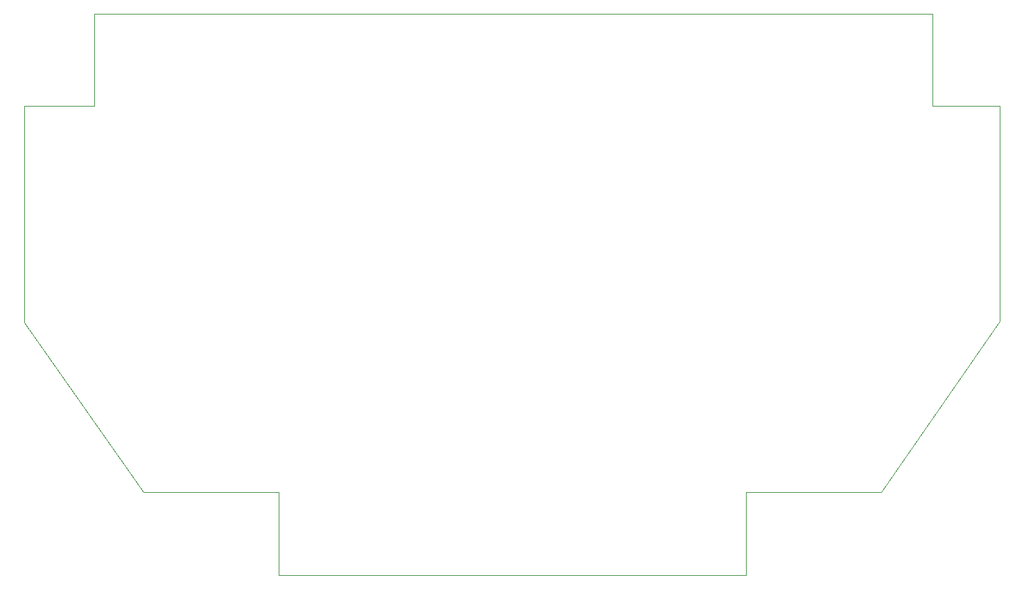
<source format=gbr>
%TF.GenerationSoftware,Altium Limited,Altium Designer,18.1.7 (191)*%
G04 Layer_Color=0*
%FSLAX26Y26*%
%MOIN*%
%TF.FileFunction,Profile,NP*%
%TF.Part,Single*%
G01*
G75*
%TA.AperFunction,Profile*%
%ADD98C,0.001000*%
D98*
X1220866Y0D02*
Y-398031D01*
X3467716D01*
Y0D01*
X4117795D01*
X4688504Y822459D01*
X4688504Y1860236D01*
X4364173Y1860236D01*
Y2303150D01*
X334646D01*
Y1860236D01*
X-0D01*
Y816929D01*
X570866Y0D01*
X1220866D01*
%TF.MD5,77cf996f6acc98930bc3ce25762ee45e*%
M02*

</source>
